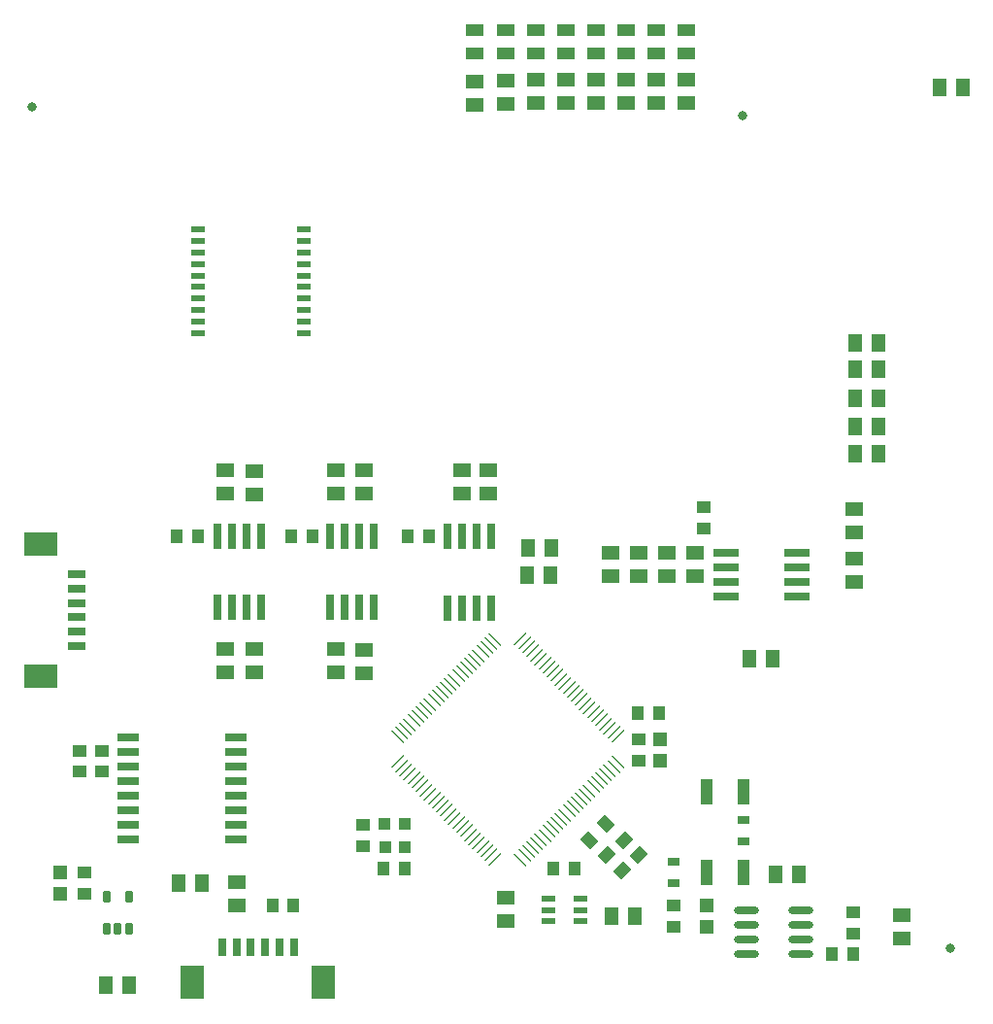
<source format=gtp>
G04*
G04 #@! TF.GenerationSoftware,Altium Limited,Altium Designer,18.1.7 (191)*
G04*
G04 Layer_Color=8421504*
%FSLAX44Y44*%
%MOMM*%
G71*
G01*
G75*
%ADD24R,0.7000X2.2000*%
%ADD25R,3.0000X2.0000*%
%ADD26R,1.6000X0.8000*%
%ADD27R,1.5240X1.2000*%
%ADD28C,0.8128*%
G04:AMPARAMS|DCode=29|XSize=0.0968mm|YSize=1.5468mm|CornerRadius=0mm|HoleSize=0mm|Usage=FLASHONLY|Rotation=135.000|XOffset=0mm|YOffset=0mm|HoleType=Round|Shape=Round|*
%AMOVALD29*
21,1,1.4500,0.0968,0.0000,0.0000,225.0*
1,1,0.0968,0.5127,0.5127*
1,1,0.0968,-0.5127,-0.5127*
%
%ADD29OVALD29*%

%ADD30R,1.2000X1.5240*%
%ADD31R,1.2600X0.6100*%
%ADD32R,1.2000X1.2000*%
%ADD33R,1.2000X1.0500*%
%ADD34R,1.0500X1.2000*%
%ADD35R,1.1000X2.2000*%
%ADD36R,1.0500X0.8000*%
%ADD37O,2.2000X0.6000*%
G04:AMPARAMS|DCode=38|XSize=1mm|YSize=1.3mm|CornerRadius=0mm|HoleSize=0mm|Usage=FLASHONLY|Rotation=45.000|XOffset=0mm|YOffset=0mm|HoleType=Round|Shape=Rectangle|*
%AMROTATEDRECTD38*
4,1,4,0.1061,-0.8132,-0.8132,0.1061,-0.1061,0.8132,0.8132,-0.1061,0.1061,-0.8132,0.0*
%
%ADD38ROTATEDRECTD38*%

%ADD39R,1.2700X0.5080*%
G04:AMPARAMS|DCode=40|XSize=1.05mm|YSize=1.2mm|CornerRadius=0mm|HoleSize=0mm|Usage=FLASHONLY|Rotation=135.000|XOffset=0mm|YOffset=0mm|HoleType=Round|Shape=Rectangle|*
%AMROTATEDRECTD40*
4,1,4,0.7955,0.0530,-0.0530,-0.7955,-0.7955,-0.0530,0.0530,0.7955,0.7955,0.0530,0.0*
%
%ADD40ROTATEDRECTD40*%

G04:AMPARAMS|DCode=41|XSize=0.6mm|YSize=1mm|CornerRadius=0.051mm|HoleSize=0mm|Usage=FLASHONLY|Rotation=180.000|XOffset=0mm|YOffset=0mm|HoleType=Round|Shape=RoundedRectangle|*
%AMROUNDEDRECTD41*
21,1,0.6000,0.8980,0,0,180.0*
21,1,0.4980,1.0000,0,0,180.0*
1,1,0.1020,-0.2490,0.4490*
1,1,0.1020,0.2490,0.4490*
1,1,0.1020,0.2490,-0.4490*
1,1,0.1020,-0.2490,-0.4490*
%
%ADD41ROUNDEDRECTD41*%
%ADD42R,2.0000X3.0000*%
%ADD43R,0.8000X1.6000*%
%ADD44R,1.9250X0.7000*%
G04:AMPARAMS|DCode=45|XSize=0.0968mm|YSize=1.5468mm|CornerRadius=0mm|HoleSize=0mm|Usage=FLASHONLY|Rotation=225.000|XOffset=0mm|YOffset=0mm|HoleType=Round|Shape=Round|*
%AMOVALD45*
21,1,1.4500,0.0968,0.0000,0.0000,315.0*
1,1,0.0968,-0.5127,0.5127*
1,1,0.0968,0.5127,-0.5127*
%
%ADD45OVALD45*%

%ADD46R,2.2000X0.7000*%
%ADD47R,1.5240X1.0160*%
%ADD48R,1.0000X1.0000*%
D24*
X888865Y1237600D02*
D03*
X876165D02*
D03*
X863465D02*
D03*
X850765D02*
D03*
X888865Y1175550D02*
D03*
X876165D02*
D03*
X863465D02*
D03*
X850765D02*
D03*
X949069Y1175600D02*
D03*
X961769D02*
D03*
X974469D02*
D03*
X987169D02*
D03*
X949069Y1237650D02*
D03*
X961769D02*
D03*
X974469D02*
D03*
X987169D02*
D03*
X1051769Y1175300D02*
D03*
X1064469D02*
D03*
X1077169D02*
D03*
X1089869D02*
D03*
X1051769Y1237350D02*
D03*
X1064469D02*
D03*
X1077169D02*
D03*
X1089869D02*
D03*
D25*
X696880Y1116100D02*
D03*
Y1230600D02*
D03*
D26*
X727880Y1192100D02*
D03*
Y1167100D02*
D03*
Y1142100D02*
D03*
Y1204600D02*
D03*
Y1179600D02*
D03*
Y1154600D02*
D03*
D27*
X1406500Y1198180D02*
D03*
Y1218500D02*
D03*
X882661Y1274240D02*
D03*
Y1294560D02*
D03*
X857261Y1274840D02*
D03*
Y1295160D02*
D03*
X954469Y1275140D02*
D03*
Y1295460D02*
D03*
X978564Y1275140D02*
D03*
Y1295460D02*
D03*
X1087169Y1275090D02*
D03*
Y1295410D02*
D03*
X1064469Y1275090D02*
D03*
Y1295410D02*
D03*
X1448000Y907160D02*
D03*
Y886840D02*
D03*
X1102750Y902840D02*
D03*
Y923160D02*
D03*
X867500Y916290D02*
D03*
Y936610D02*
D03*
X978564Y1138912D02*
D03*
Y1118592D02*
D03*
X954469Y1139910D02*
D03*
Y1119590D02*
D03*
X882661Y1139546D02*
D03*
Y1119226D02*
D03*
X857261Y1139546D02*
D03*
Y1119226D02*
D03*
X1267038Y1203090D02*
D03*
Y1223410D02*
D03*
X1243278Y1203090D02*
D03*
Y1223410D02*
D03*
X1218529Y1203090D02*
D03*
Y1223410D02*
D03*
X1193780Y1203090D02*
D03*
Y1223410D02*
D03*
X1406500Y1261655D02*
D03*
Y1241335D02*
D03*
X1260000Y1615105D02*
D03*
Y1635425D02*
D03*
X1233714Y1615105D02*
D03*
Y1635425D02*
D03*
X1207429Y1615315D02*
D03*
Y1635635D02*
D03*
X1181143Y1615315D02*
D03*
Y1635635D02*
D03*
X1154857Y1615315D02*
D03*
Y1635635D02*
D03*
X1128571Y1615315D02*
D03*
Y1635635D02*
D03*
X1102000Y1635216D02*
D03*
Y1614896D02*
D03*
X1075600Y1634385D02*
D03*
Y1614065D02*
D03*
D28*
X1490000Y879000D02*
D03*
X689250Y1612250D02*
D03*
X1309250Y1604000D02*
D03*
D29*
X1036614Y1012733D02*
D03*
X1040149Y1009197D02*
D03*
X1200309Y1063291D02*
D03*
X1196773Y1066826D02*
D03*
X1193238Y1070362D02*
D03*
X1189702Y1073897D02*
D03*
X1186167Y1077433D02*
D03*
X1182631Y1080969D02*
D03*
X1179096Y1084504D02*
D03*
X1175560Y1088040D02*
D03*
X1172025Y1091575D02*
D03*
X1168489Y1095111D02*
D03*
X1164954Y1098646D02*
D03*
X1161418Y1102182D02*
D03*
X1157883Y1105717D02*
D03*
X1154347Y1109253D02*
D03*
X1150811Y1112788D02*
D03*
X1147276Y1116324D02*
D03*
X1143740Y1119859D02*
D03*
X1140205Y1123395D02*
D03*
X1136669Y1126930D02*
D03*
X1133134Y1130466D02*
D03*
X1129598Y1134002D02*
D03*
X1126063Y1137537D02*
D03*
X1122527Y1141073D02*
D03*
X1118992Y1144608D02*
D03*
X1115456Y1148144D02*
D03*
X1008329Y1041017D02*
D03*
X1011865Y1037482D02*
D03*
X1015400Y1033946D02*
D03*
X1018936Y1030411D02*
D03*
X1022471Y1026875D02*
D03*
X1026007Y1023339D02*
D03*
X1029543Y1019804D02*
D03*
X1033078Y1016268D02*
D03*
X1043685Y1005662D02*
D03*
X1047220Y1002126D02*
D03*
X1050756Y998591D02*
D03*
X1054291Y995055D02*
D03*
X1057827Y991520D02*
D03*
X1061362Y987984D02*
D03*
X1064898Y984449D02*
D03*
X1068434Y980913D02*
D03*
X1071969Y977377D02*
D03*
X1075505Y973842D02*
D03*
X1079040Y970306D02*
D03*
X1082576Y966771D02*
D03*
X1086111Y963235D02*
D03*
X1089647Y959700D02*
D03*
X1093182Y956164D02*
D03*
D30*
X1500910Y1629000D02*
D03*
X1480590D02*
D03*
X1215160Y907050D02*
D03*
X1194840D02*
D03*
X753840Y847000D02*
D03*
X774160D02*
D03*
X816840Y935750D02*
D03*
X837160D02*
D03*
X1121484Y1227430D02*
D03*
X1141804D02*
D03*
X1121043Y1203930D02*
D03*
X1141363D02*
D03*
X1314834Y1130750D02*
D03*
X1335154D02*
D03*
X1427410Y1310000D02*
D03*
X1407090D02*
D03*
X1427160Y1333800D02*
D03*
X1406840D02*
D03*
X1427410Y1358000D02*
D03*
X1407090D02*
D03*
X1427410Y1383000D02*
D03*
X1407090D02*
D03*
X1427410Y1406000D02*
D03*
X1407090D02*
D03*
X1358160Y943000D02*
D03*
X1337840D02*
D03*
D31*
X925900Y1505000D02*
D03*
X834100D02*
D03*
X925900Y1495000D02*
D03*
X834100D02*
D03*
X925900Y1485000D02*
D03*
X834100D02*
D03*
X925900Y1475000D02*
D03*
X834100D02*
D03*
X925900Y1465000D02*
D03*
X834100D02*
D03*
X925900Y1455000D02*
D03*
X834100D02*
D03*
X925900Y1445000D02*
D03*
X834100D02*
D03*
X925900Y1435000D02*
D03*
X834100D02*
D03*
X925900Y1425000D02*
D03*
X834100D02*
D03*
X925900Y1415000D02*
D03*
X834100D02*
D03*
D32*
X1237000Y1042100D02*
D03*
Y1060700D02*
D03*
X1278000Y897700D02*
D03*
Y916300D02*
D03*
X714000Y926450D02*
D03*
Y945050D02*
D03*
D33*
X1218000Y1060560D02*
D03*
Y1042060D02*
D03*
X1405250Y891690D02*
D03*
Y910190D02*
D03*
X1249000Y916300D02*
D03*
Y897800D02*
D03*
X977500Y968000D02*
D03*
Y986500D02*
D03*
X735000Y945000D02*
D03*
Y926500D02*
D03*
X749750Y1032469D02*
D03*
Y1050969D02*
D03*
X730410Y1032469D02*
D03*
Y1050969D02*
D03*
X1275000Y1263250D02*
D03*
Y1244750D02*
D03*
D34*
X1217750Y1084000D02*
D03*
X1236250D02*
D03*
X1405250Y874000D02*
D03*
X1386750D02*
D03*
X1162250Y948000D02*
D03*
X1143750D02*
D03*
X995473Y948606D02*
D03*
X1013973D02*
D03*
X917250Y915840D02*
D03*
X898750D02*
D03*
X815750Y1237350D02*
D03*
X834250D02*
D03*
X915219Y1237800D02*
D03*
X933719D02*
D03*
X1016757D02*
D03*
X1035257D02*
D03*
D35*
X1278000Y1015000D02*
D03*
X1310000D02*
D03*
X1278000Y945000D02*
D03*
X1310000D02*
D03*
D36*
Y971663D02*
D03*
Y990163D02*
D03*
X1249000Y935750D02*
D03*
Y954250D02*
D03*
D37*
X1312000Y912050D02*
D03*
Y899350D02*
D03*
Y886650D02*
D03*
Y873950D02*
D03*
X1360000Y912050D02*
D03*
Y899350D02*
D03*
Y886650D02*
D03*
Y873950D02*
D03*
D38*
X1189458Y987262D02*
D03*
X1175316Y973120D02*
D03*
D39*
X1139347Y912050D02*
D03*
X1167347Y921550D02*
D03*
Y902550D02*
D03*
Y912050D02*
D03*
X1139347Y902550D02*
D03*
Y921550D02*
D03*
D40*
X1190542Y959921D02*
D03*
X1203623Y946840D02*
D03*
X1205233Y973157D02*
D03*
X1218314Y960075D02*
D03*
D41*
X754500Y923500D02*
D03*
X773500D02*
D03*
Y896000D02*
D03*
X764000D02*
D03*
X754500D02*
D03*
D42*
X943500Y849000D02*
D03*
X829000D02*
D03*
D43*
X867500Y880000D02*
D03*
X892500D02*
D03*
X917500D02*
D03*
X855000D02*
D03*
X880000D02*
D03*
X905000D02*
D03*
D44*
X867120Y1062180D02*
D03*
Y1049480D02*
D03*
Y1036780D02*
D03*
Y1024080D02*
D03*
Y1011380D02*
D03*
Y998680D02*
D03*
Y985980D02*
D03*
Y973280D02*
D03*
X772880D02*
D03*
Y985980D02*
D03*
Y998680D02*
D03*
Y1011380D02*
D03*
Y1024080D02*
D03*
Y1036780D02*
D03*
Y1049480D02*
D03*
Y1062180D02*
D03*
D45*
X1115456Y956164D02*
D03*
X1118992Y959700D02*
D03*
X1122527Y963235D02*
D03*
X1126063Y966771D02*
D03*
X1129598Y970306D02*
D03*
X1133134Y973842D02*
D03*
X1136669Y977377D02*
D03*
X1140205Y980913D02*
D03*
X1143740Y984448D02*
D03*
X1147276Y987984D02*
D03*
X1150811Y991520D02*
D03*
X1154347Y995055D02*
D03*
X1157883Y998591D02*
D03*
X1161418Y1002126D02*
D03*
X1164954Y1005662D02*
D03*
X1168489Y1009197D02*
D03*
X1172025Y1012733D02*
D03*
X1175560Y1016268D02*
D03*
X1179096Y1019804D02*
D03*
X1182631Y1023339D02*
D03*
X1186167Y1026875D02*
D03*
X1189702Y1030411D02*
D03*
X1193238Y1033946D02*
D03*
X1196773Y1037482D02*
D03*
X1200309Y1041017D02*
D03*
X1093182Y1148144D02*
D03*
X1089647Y1144608D02*
D03*
X1086111Y1141073D02*
D03*
X1082576Y1137537D02*
D03*
X1079040Y1134002D02*
D03*
X1075505Y1130466D02*
D03*
X1071969Y1126930D02*
D03*
X1068434Y1123395D02*
D03*
X1064898Y1119859D02*
D03*
X1061362Y1116324D02*
D03*
X1057827Y1112788D02*
D03*
X1054291Y1109253D02*
D03*
X1050756Y1105717D02*
D03*
X1047220Y1102182D02*
D03*
X1043685Y1098646D02*
D03*
X1040149Y1095111D02*
D03*
X1036614Y1091575D02*
D03*
X1033078Y1088040D02*
D03*
X1029543Y1084504D02*
D03*
X1026007Y1080969D02*
D03*
X1022471Y1077433D02*
D03*
X1018936Y1073897D02*
D03*
X1015400Y1070362D02*
D03*
X1011865Y1066826D02*
D03*
X1008329Y1063291D02*
D03*
D46*
X1294538Y1223450D02*
D03*
Y1210750D02*
D03*
Y1198050D02*
D03*
Y1185350D02*
D03*
X1356588Y1223450D02*
D03*
Y1210750D02*
D03*
Y1198050D02*
D03*
Y1185350D02*
D03*
D47*
X1233714Y1678570D02*
D03*
Y1658250D02*
D03*
X1260000Y1678570D02*
D03*
Y1658250D02*
D03*
X1207429Y1678570D02*
D03*
Y1658250D02*
D03*
X1181143Y1678570D02*
D03*
Y1658250D02*
D03*
X1154857Y1678570D02*
D03*
Y1658250D02*
D03*
X1128571Y1678570D02*
D03*
Y1658250D02*
D03*
X1102000Y1678626D02*
D03*
Y1658306D02*
D03*
X1075600Y1678820D02*
D03*
Y1658500D02*
D03*
D48*
X1014000Y966750D02*
D03*
X996500Y986750D02*
D03*
X1014000Y986750D02*
D03*
X997000Y966750D02*
D03*
M02*

</source>
